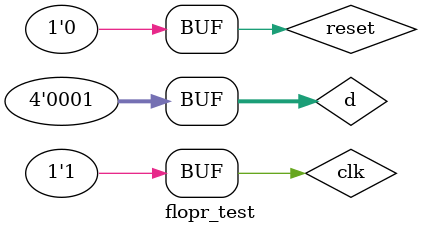
<source format=v>
module flopr_test;
  reg clk, reset;
  reg [3:0] d;
  wire [3:0] q;

  flopr dut (clk, reset, d, q);

  initial begin
    // シミュレータ実行時の変数の値をモニタする（値が変わると出力される）
    $monitor("%t: clk = %b, reset = %b, d = %b, q = %b", $time, clk, reset, d, q);

    // クロックを0にセット
    clk = 0;

    // 非同期でリセットされること
    reset = 1; #10;
    if (q !== 4'b0) $display("failed.");

    // リセットをLOWに戻す
    reset = 0; #10;

    // クロックの立ち上がりで入力値がセットされること
    d = 4'b0001; clk = 1; #10;
    if (q !== 4'b0001) $display("failed.");
  end
endmodule

</source>
